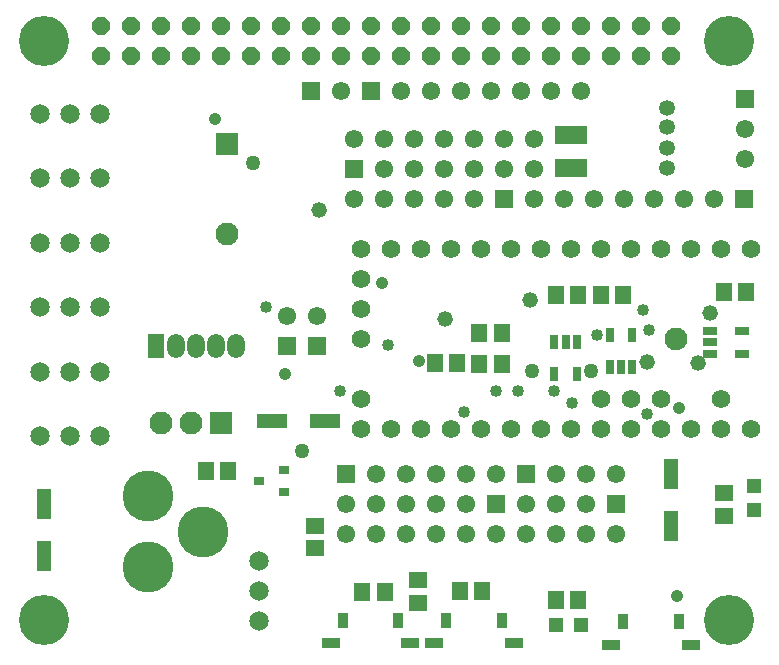
<source format=gts>
G04 DipTrace 3.0.0.2*
G04 TeensyArbotixProRPIV0.2.gts*
%MOIN*%
G04 #@! TF.FileFunction,Soldermask,Top*
G04 #@! TF.Part,Single*
%AMOUTLINE0*5,1,8,0,0,0.065199,-22.499571*%
%AMOUTLINE1*
4,1,4,
-0.0175,-0.025,
-0.0175,0.025,
0.0175,0.025,
0.0175,-0.025,
-0.0175,-0.025,
0*%
%AMOUTLINE2*
4,1,4,
0.0285,-0.0155,
-0.0285,-0.0155,
-0.0285,0.0155,
0.0285,0.0155,
0.0285,-0.0155,
0*%
%ADD13C,0.04*%
%ADD21C,0.05*%
%ADD33R,0.05X0.1*%
%ADD34R,0.1X0.05*%
%ADD41C,0.17*%
%ADD43C,0.065199*%
%ADD44R,0.047244X0.047244*%
%ADD45C,0.05315*%
%ADD48R,0.035433X0.031496*%
%ADD50C,0.040006*%
%ADD52C,0.076*%
%ADD59C,0.06194*%
%ADD69C,0.167*%
%ADD71C,0.052*%
%ADD73C,0.042*%
%ADD79R,0.025622X0.045307*%
%ADD81O,0.058X0.082*%
%ADD83R,0.058X0.082*%
%ADD85R,0.045307X0.025622*%
%ADD93C,0.076803*%
%ADD95R,0.076803X0.076803*%
%ADD107C,0.061055*%
%ADD109R,0.061055X0.061055*%
%ADD111R,0.108299X0.064992*%
%ADD113R,0.061055X0.053181*%
%ADD119R,0.053181X0.061055*%
%ADD125OUTLINE0*%
%ADD126OUTLINE1*%
%ADD127OUTLINE2*%
%FSLAX26Y26*%
G04*
G70*
G90*
G75*
G01*
G04 TopMask*
%LPD*%
D73*
X1658701Y1653701D3*
X1335072Y1349685D3*
D71*
X1448701Y1898701D3*
X2753701Y1554971D3*
X2153311Y1598008D3*
X1868701Y1533701D3*
X2542903Y1390152D3*
X2753701Y1554971D3*
X2713180Y1387697D3*
X2753701Y1554971D3*
D73*
X1102916Y2200666D3*
X2650227Y1236015D3*
X2642851Y610559D3*
X1781988Y1393484D3*
D69*
X2814961Y531496D3*
X531496D3*
Y2460630D3*
X2814961D3*
D13*
X1678701Y1448701D3*
X1519158Y1294368D3*
X2376032Y1481858D3*
D21*
X1393701Y1093701D3*
X2357454Y1361815D3*
X2159593Y1362487D3*
X1228986Y2054824D3*
D13*
X2038701Y1293701D3*
X2293701Y1253701D3*
X2543701Y1218701D3*
X1933701Y1223701D3*
X2549327Y1496848D3*
X2528701Y1563701D3*
X2233701Y1293701D3*
X2113701D3*
X1273701Y1573701D3*
D33*
X533701Y743701D3*
Y918701D3*
D34*
X1468701Y1193701D3*
X1293701D3*
D111*
X2290987Y2038583D3*
Y2148819D3*
D113*
X1436260Y845654D3*
Y770851D3*
D33*
X2623701Y1018701D3*
Y843701D3*
D109*
X2040987Y918701D3*
D107*
Y818701D3*
X1940987Y918701D3*
Y818701D3*
X1840987Y918701D3*
Y818701D3*
X1740987Y918701D3*
Y818701D3*
X1640987Y918701D3*
Y818701D3*
X1540987Y918701D3*
Y818701D3*
D109*
Y1018701D3*
D107*
X1640987D3*
X1740987D3*
X1840987D3*
X1940987D3*
X2040987D3*
D109*
X2440987Y918701D3*
D107*
Y818701D3*
X2340987Y918701D3*
Y818701D3*
X2240987Y918701D3*
Y818701D3*
X2140987Y918701D3*
Y818701D3*
D109*
Y1018701D3*
D107*
X2240987D3*
X2340987D3*
X2440987D3*
D109*
X1565987Y2033701D3*
D107*
Y2133701D3*
X1665987Y2033701D3*
Y2133701D3*
X1765987Y2033701D3*
Y2133701D3*
X1865987Y2033701D3*
Y2133701D3*
X1965987Y2033701D3*
Y2133701D3*
X2065987Y2033701D3*
Y2133701D3*
X2165987Y2033701D3*
Y2133701D3*
D109*
X2868701Y2268701D3*
D107*
Y2168701D3*
Y2068701D3*
D41*
X878701Y943071D3*
Y706851D3*
X1063740Y824961D3*
D125*
X723229Y2410630D3*
Y2510630D3*
X823229Y2410630D3*
Y2510630D3*
X923229Y2410630D3*
Y2510630D3*
X1023229Y2410630D3*
Y2510630D3*
X1123229Y2410630D3*
Y2510630D3*
X1223229Y2410630D3*
Y2510630D3*
X1323229Y2410630D3*
Y2510630D3*
X1423229Y2410630D3*
Y2510630D3*
X1523229Y2410630D3*
Y2510630D3*
X1623229Y2410630D3*
Y2510630D3*
X1723229Y2410630D3*
Y2510630D3*
X1823229Y2410630D3*
Y2510630D3*
X1923229Y2410630D3*
Y2510630D3*
X2023229Y2410630D3*
Y2510630D3*
X2123229Y2410630D3*
Y2510630D3*
X2223229Y2410630D3*
Y2510630D3*
X2323229Y2410630D3*
Y2510630D3*
X2423229Y2410630D3*
Y2510630D3*
X2523229Y2410630D3*
Y2510630D3*
X2623229Y2410630D3*
Y2510630D3*
D43*
X518701Y2003701D3*
X618701D3*
X718701D3*
X518701Y1788701D3*
X618701D3*
X718701D3*
X518701Y1573701D3*
X618701D3*
X718701D3*
X518701Y1358701D3*
X618701D3*
X718701D3*
X518701Y1143701D3*
X618701D3*
X718701D3*
X518701Y2218701D3*
X618701D3*
X718701D3*
X1248701Y528701D3*
Y628701D3*
Y728701D3*
D109*
X2865987Y1933701D3*
D107*
X2765987D3*
X2665987D3*
X2565987D3*
X2465987D3*
X2365987D3*
X2265987D3*
X2165987D3*
D109*
X2065987D3*
D107*
X1965987D3*
X1865987D3*
X1765987D3*
X1665987D3*
X1565987D3*
D109*
X1423701Y2293701D3*
D107*
X1523701D3*
D109*
X1623701D3*
D107*
X1723701D3*
X1823701D3*
X1923701D3*
X2023701D3*
X2123701D3*
X2223701D3*
X2323701D3*
D109*
X1343701Y1443701D3*
D107*
Y1543701D3*
D109*
X1443701Y1443701D3*
D107*
Y1543701D3*
D44*
X2238701Y513701D3*
X2321378D3*
D45*
X2608701Y2238701D3*
Y2173701D3*
Y2103701D3*
Y2038701D3*
D44*
X2898701Y978701D3*
Y896024D3*
D95*
X1122963Y1189070D3*
D93*
X1022963D3*
X922963D3*
D48*
X1333071Y956299D3*
Y1031103D3*
X1250394Y993701D3*
D119*
X1910583Y1388701D3*
X1835780D3*
X2058389Y1383701D3*
X1983586D3*
X1983701Y1488701D3*
X2058504D3*
D113*
X2798701Y878701D3*
Y953504D3*
D119*
X1146771Y1028701D3*
X1071967D3*
X2463701Y1613701D3*
X2388898D3*
X2238701D3*
X2313504D3*
X1918701Y628701D3*
X1993504D3*
D113*
X1778701Y663701D3*
Y588898D3*
D119*
X1668701Y623701D3*
X1593898D3*
X2798701Y1623378D3*
X2873504D3*
X2238701Y598701D3*
X2313504D3*
D126*
X2463701Y523701D3*
X2648701D3*
D127*
X2423201Y449201D3*
X2689201D3*
D50*
X2640987Y1468701D3*
D52*
D3*
D126*
X1873701Y528701D3*
X2058701D3*
D127*
X1833201Y454201D3*
X2099201D3*
D126*
X1528701Y528701D3*
X1713701D3*
D127*
X1488201Y454201D3*
X1754201D3*
D95*
X1143701Y2117914D3*
D93*
Y1818701D3*
D85*
X2753701Y1493701D3*
Y1456299D3*
Y1418898D3*
X2860000D3*
Y1493701D3*
D83*
X905290Y1443701D3*
D81*
X972290D3*
X1039290D3*
X1106290D3*
X1173290D3*
D79*
X2418701Y1373701D3*
X2456103D3*
X2493504D3*
Y1480000D3*
X2418701D3*
D59*
X2890987Y1768701D3*
X2790987D3*
X2690987D3*
X2590987D3*
X2490987D3*
X2390987D3*
X2290987D3*
X2190987D3*
X2090987D3*
X1990987D3*
X1890987D3*
X1790987D3*
X1690987D3*
X1590987D3*
Y1468701D3*
Y1568701D3*
Y1668701D3*
Y1268701D3*
Y1168701D3*
X1690987D3*
X1790987D3*
X1890987D3*
X1990987D3*
X2090987D3*
X2190987D3*
X2290987D3*
X2390987D3*
X2490987D3*
X2590987D3*
X2690987D3*
X2790987D3*
X2890987D3*
X2790987Y1268701D3*
X2590987D3*
X2490987D3*
X2390987D3*
D79*
X2308701Y1458701D3*
X2271299D3*
X2233898D3*
Y1352402D3*
X2308701D3*
M02*

</source>
